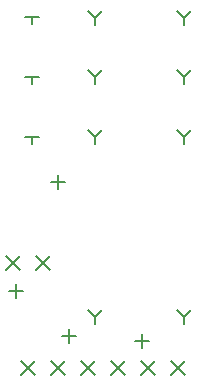
<source format=gbr>
G04 DipTrace 2.4.0.2*
%INthrough.gbr*%
%MOIN*%
G04 Drill Symbols*
G04 D=0.0276 - Cross*
G04 D=0.04 - X*
G04 D=0.0551 - Y*
G04 D=0.0591 - T*
%ADD10C,0.008*%
%FSLAX44Y44*%
G04*
G70*
G90*
G75*
G01*
X9956Y4925D2*
D10*
X10426Y4455D1*
Y4925D2*
X9956Y4455D1*
X8956Y4925D2*
X9426Y4455D1*
Y4925D2*
X8956Y4455D1*
X7956Y4925D2*
X8426Y4455D1*
Y4925D2*
X7956Y4455D1*
X6956Y4925D2*
X7426Y4455D1*
Y4925D2*
X6956Y4455D1*
X5956Y4925D2*
X6426Y4455D1*
Y4925D2*
X5956Y4455D1*
X4956Y4925D2*
X5426Y4455D1*
Y4925D2*
X4956Y4455D1*
X5455Y8425D2*
X5925Y7955D1*
Y8425D2*
X5455Y7955D1*
X4455Y8425D2*
X4925Y7955D1*
Y8425D2*
X4455Y7955D1*
X5080Y16379D2*
X5550D1*
X5315D2*
Y16144D1*
X5080Y14379D2*
X5550D1*
X5315D2*
Y14144D1*
X5080Y12379D2*
X5550D1*
X5315D2*
Y12144D1*
X7205Y6612D2*
X7440Y6377D1*
X7675Y6612D1*
X7440Y6377D2*
Y6142D1*
X10158Y6612D2*
X10393Y6377D1*
X10628Y6612D1*
X10393Y6377D2*
Y6142D1*
X7205Y12619D2*
X7440Y12384D1*
X7675Y12619D1*
X7440Y12384D2*
Y12149D1*
X7205Y14604D2*
X7440Y14369D1*
X7675Y14604D1*
X7440Y14369D2*
Y14134D1*
X7205Y16588D2*
X7440Y16353D1*
X7675Y16588D1*
X7440Y16353D2*
Y16118D1*
X10158Y12619D2*
X10393Y12384D1*
X10628Y12619D1*
X10393Y12384D2*
Y12149D1*
X10158Y14604D2*
X10393Y14369D1*
X10628Y14604D1*
X10393Y14369D2*
Y14134D1*
X10158Y16588D2*
X10393Y16353D1*
X10628Y16588D1*
X10393Y16353D2*
Y16118D1*
X4785Y7466D2*
Y6996D1*
X4550Y7231D2*
X5020D1*
X6188Y11106D2*
Y10636D1*
X5953Y10871D2*
X6423D1*
X9003Y5800D2*
Y5330D1*
X8768Y5565D2*
X9238D1*
X6565Y5987D2*
Y5517D1*
X6330Y5752D2*
X6800D1*
M02*

</source>
